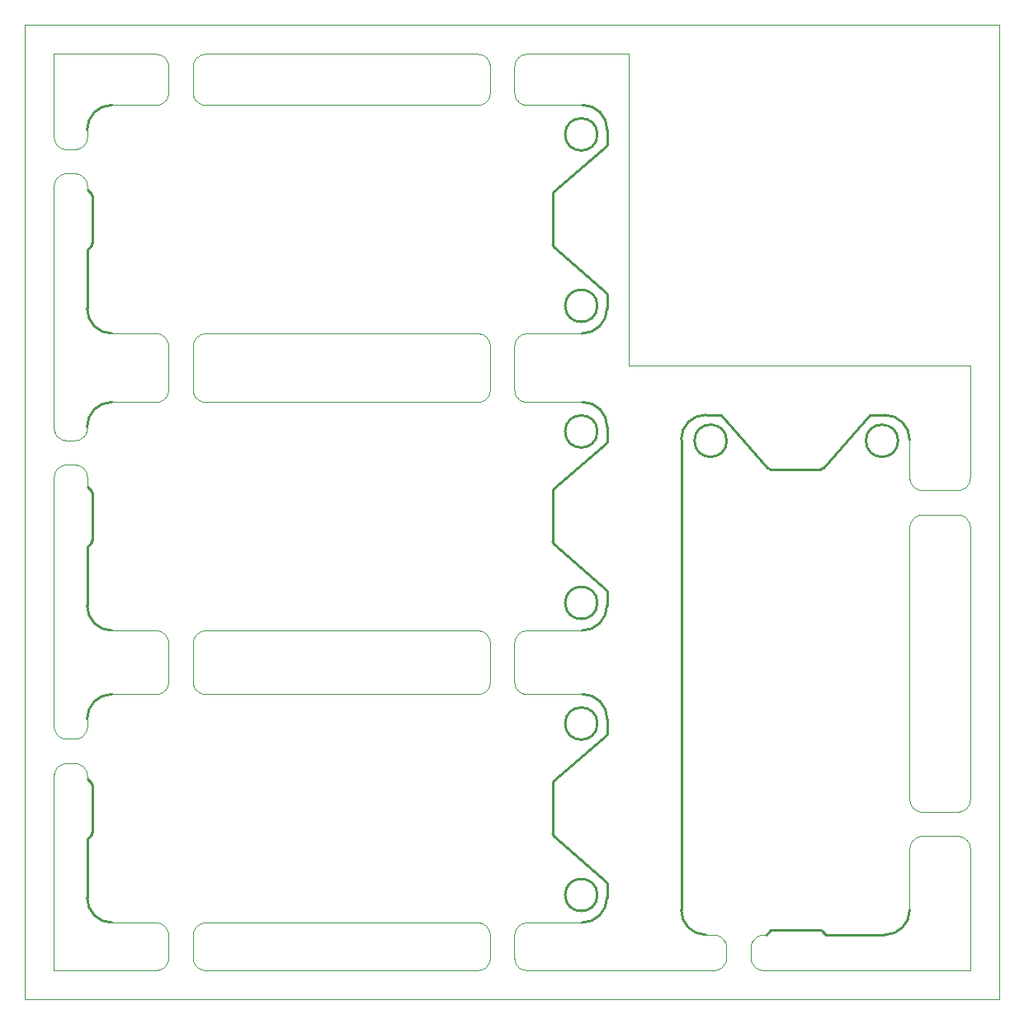
<source format=gbr>
%TF.GenerationSoftware,KiCad,Pcbnew,(5.1.4)-1*%
%TF.CreationDate,2019-10-11T08:55:03-07:00*%
%TF.ProjectId,output.v25Panel,6f757470-7574-42e7-9632-3550616e656c,rev?*%
%TF.SameCoordinates,Original*%
%TF.FileFunction,Profile,NP*%
%FSLAX46Y46*%
G04 Gerber Fmt 4.6, Leading zero omitted, Abs format (unit mm)*
G04 Created by KiCad (PCBNEW (5.1.4)-1) date 2019-10-11 08:55:03*
%MOMM*%
%LPD*%
G04 APERTURE LIST*
%ADD10C,0.050000*%
%ADD11C,0.250000*%
%ADD12C,0.100000*%
G04 APERTURE END LIST*
D10*
X182000000Y-75000000D02*
X147000000Y-75000000D01*
X147000000Y-75000000D02*
X147000000Y-43000000D01*
X85000000Y-140000000D02*
X85000000Y-40000000D01*
X185000000Y-140000000D02*
X85000000Y-140000000D01*
X185000000Y-40000000D02*
X185000000Y-140000000D01*
X85000000Y-40000000D02*
X185000000Y-40000000D01*
D11*
X144752060Y-67575080D02*
X144752060Y-69128640D01*
X142212060Y-71668640D02*
G75*
G03X144752060Y-69128640I0J2540000D01*
G01*
X139315076Y-62811768D02*
X144752060Y-67575080D01*
X91412060Y-56926067D02*
X91860000Y-57370000D01*
X139318052Y-57099398D02*
X144780013Y-52320000D01*
X139318039Y-57099407D02*
G75*
G03X139188512Y-57351166I160472J-241760D01*
G01*
X139315063Y-62811759D02*
G75*
G02X139185536Y-62560000I160472J241760D01*
G01*
X139185536Y-62560000D02*
X139188512Y-57351166D01*
X91412060Y-63068136D02*
X91860000Y-62624203D01*
X91860000Y-62624203D02*
G75*
G03X91921488Y-62435369I-228511J178835D01*
G01*
X91860000Y-57370000D02*
G75*
G02X91921488Y-57558834I-228511J-178835D01*
G01*
X143765221Y-51245720D02*
G75*
G03X143765221Y-51245720I-1652221J0D01*
G01*
X143765221Y-68835220D02*
G75*
G03X143765221Y-68835220I-1652221J0D01*
G01*
X144780013Y-50766440D02*
X144780013Y-52320000D01*
X142240013Y-48226440D02*
G75*
G02X144780013Y-50766440I0J-2540000D01*
G01*
X91412060Y-63068136D02*
X91412060Y-69128640D01*
X91412060Y-50766440D02*
G75*
G02X93952060Y-48226440I2540000J0D01*
G01*
X91921488Y-57558834D02*
X91921488Y-62435369D01*
X93952060Y-71668640D02*
G75*
G02X91412060Y-69128640I0J2540000D01*
G01*
X144752060Y-98055080D02*
X144752060Y-99608640D01*
X142212060Y-102148640D02*
G75*
G03X144752060Y-99608640I0J2540000D01*
G01*
X139315076Y-93291768D02*
X144752060Y-98055080D01*
X91412060Y-87406067D02*
X91860000Y-87850000D01*
X139318052Y-87579398D02*
X144780013Y-82800000D01*
X139318039Y-87579407D02*
G75*
G03X139188512Y-87831166I160472J-241760D01*
G01*
X139315063Y-93291759D02*
G75*
G02X139185536Y-93040000I160472J241760D01*
G01*
X139185536Y-93040000D02*
X139188512Y-87831166D01*
X91412060Y-93548136D02*
X91860000Y-93104203D01*
X91860000Y-93104203D02*
G75*
G03X91921488Y-92915369I-228511J178835D01*
G01*
X91860000Y-87850000D02*
G75*
G02X91921488Y-88038834I-228511J-178835D01*
G01*
X143765221Y-81725720D02*
G75*
G03X143765221Y-81725720I-1652221J0D01*
G01*
X143765221Y-99315220D02*
G75*
G03X143765221Y-99315220I-1652221J0D01*
G01*
X144780013Y-81246440D02*
X144780013Y-82800000D01*
X142240013Y-78706440D02*
G75*
G02X144780013Y-81246440I0J-2540000D01*
G01*
X91412060Y-93548136D02*
X91412060Y-99608640D01*
X91412060Y-81246440D02*
G75*
G02X93952060Y-78706440I2540000J0D01*
G01*
X91921488Y-88038834D02*
X91921488Y-92915369D01*
X93952060Y-102148640D02*
G75*
G02X91412060Y-99608640I0J2540000D01*
G01*
X144752060Y-128027080D02*
X144752060Y-129580640D01*
X142212060Y-132120640D02*
G75*
G03X144752060Y-129580640I0J2540000D01*
G01*
X139315076Y-123263768D02*
X144752060Y-128027080D01*
X91412060Y-117378067D02*
X91860000Y-117822000D01*
X139318052Y-117551398D02*
X144780013Y-112772000D01*
X139318039Y-117551407D02*
G75*
G03X139188512Y-117803166I160472J-241760D01*
G01*
X139315063Y-123263759D02*
G75*
G02X139185536Y-123012000I160472J241760D01*
G01*
X139185536Y-123012000D02*
X139188512Y-117803166D01*
X91412060Y-123520136D02*
X91860000Y-123076203D01*
X91860000Y-123076203D02*
G75*
G03X91921488Y-122887369I-228511J178835D01*
G01*
X91860000Y-117822000D02*
G75*
G02X91921488Y-118010834I-228511J-178835D01*
G01*
X143765221Y-111697720D02*
G75*
G03X143765221Y-111697720I-1652221J0D01*
G01*
X143765221Y-129287220D02*
G75*
G03X143765221Y-129287220I-1652221J0D01*
G01*
X144780013Y-111218440D02*
X144780013Y-112772000D01*
X142240013Y-108678440D02*
G75*
G02X144780013Y-111218440I0J-2540000D01*
G01*
X91412060Y-123520136D02*
X91412060Y-129580640D01*
X91412060Y-111218440D02*
G75*
G02X93952060Y-108678440I2540000J0D01*
G01*
X91921488Y-118010834D02*
X91921488Y-122887369D01*
X93952060Y-132120640D02*
G75*
G02X91412060Y-129580640I0J2540000D01*
G01*
X171715080Y-80037940D02*
X173268640Y-80037940D01*
X175808640Y-82577940D02*
G75*
G03X173268640Y-80037940I-2540000J0D01*
G01*
X166951768Y-85474924D02*
X171715080Y-80037940D01*
X161066067Y-133377940D02*
X161510000Y-132930000D01*
X161239398Y-85471948D02*
X156460000Y-80009987D01*
X161239407Y-85471961D02*
G75*
G03X161491166Y-85601488I241760J160472D01*
G01*
X166951759Y-85474937D02*
G75*
G02X166700000Y-85604464I-241760J160472D01*
G01*
X166700000Y-85604464D02*
X161491166Y-85601488D01*
X167208136Y-133377940D02*
X166764203Y-132930000D01*
X166764203Y-132930000D02*
G75*
G03X166575369Y-132868512I-178835J-228511D01*
G01*
X161510000Y-132930000D02*
G75*
G02X161698834Y-132868512I178835J-228511D01*
G01*
X157037941Y-82677000D02*
G75*
G03X157037941Y-82677000I-1652221J0D01*
G01*
X174627441Y-82677000D02*
G75*
G03X174627441Y-82677000I-1652221J0D01*
G01*
X154906440Y-80009987D02*
X156460000Y-80009987D01*
X152366440Y-82549987D02*
G75*
G02X154906440Y-80009987I2540000J0D01*
G01*
X167208136Y-133377940D02*
X173268640Y-133377940D01*
X152366440Y-82549987D02*
X152366440Y-130837940D01*
X154906440Y-133377940D02*
G75*
G02X152366440Y-130837940I0J2540000D01*
G01*
X161698834Y-132868512D02*
X166575369Y-132868512D01*
X175808640Y-130837940D02*
G75*
G02X173268640Y-133377940I-2540000J0D01*
G01*
D12*
X175808640Y-86500005D02*
X175808640Y-82577940D01*
X182000000Y-86499985D02*
X182000000Y-75000000D01*
X182000000Y-91499960D02*
X181992313Y-91400256D01*
X175808640Y-91500025D02*
X175816327Y-91400321D01*
X181992313Y-91400256D02*
X181976985Y-91301438D01*
X175816327Y-91400321D02*
X175831655Y-91301503D01*
X181976985Y-91301438D02*
X181954107Y-91204091D01*
X175831655Y-91301503D02*
X175854533Y-91204156D01*
X181954107Y-91204091D02*
X181923814Y-91108791D01*
X175854533Y-91204156D02*
X175884826Y-91108856D01*
X181923814Y-91108791D02*
X181886285Y-91016101D01*
X175884826Y-91108856D02*
X175922355Y-91016166D01*
X181886285Y-91016101D02*
X181841742Y-90926570D01*
X175922355Y-91016166D02*
X175966898Y-90926635D01*
X181841742Y-90926570D02*
X181790449Y-90840728D01*
X175966898Y-90926635D02*
X176018191Y-90840793D01*
X181790449Y-90840728D02*
X181732709Y-90759083D01*
X176018191Y-90840793D02*
X176075931Y-90759148D01*
X181732709Y-90759083D02*
X181668864Y-90682118D01*
X176075931Y-90759148D02*
X176139776Y-90682183D01*
X181668864Y-90682118D02*
X181599292Y-90610288D01*
X176139776Y-90682183D02*
X176209348Y-90610353D01*
X181599292Y-90610288D02*
X181524405Y-90544018D01*
X176209348Y-90610353D02*
X176284235Y-90544083D01*
X181524405Y-90544018D02*
X181444646Y-90483700D01*
X176284235Y-90544083D02*
X176363994Y-90483765D01*
X181444646Y-90483700D02*
X181360487Y-90429691D01*
X176363994Y-90483765D02*
X176448153Y-90429756D01*
X181360487Y-90429691D02*
X181272426Y-90382311D01*
X176448153Y-90429756D02*
X176536214Y-90382376D01*
X181272426Y-90382311D02*
X181180984Y-90341840D01*
X176536214Y-90382376D02*
X176627656Y-90341905D01*
X181180984Y-90341840D02*
X181086702Y-90308518D01*
X176627656Y-90341905D02*
X176721938Y-90308583D01*
X181086702Y-90308518D02*
X180990138Y-90282542D01*
X176721938Y-90308583D02*
X176818502Y-90282607D01*
X180990138Y-90282542D02*
X180891863Y-90264065D01*
X176818502Y-90282607D02*
X176916777Y-90264130D01*
X180891863Y-90264065D02*
X180792458Y-90253197D01*
X176916777Y-90264130D02*
X177016182Y-90253262D01*
X180792458Y-90253197D02*
X180692512Y-90250002D01*
X177016182Y-90253262D02*
X177116128Y-90250067D01*
X177116128Y-90250067D02*
X180692512Y-90250002D01*
X175808640Y-86500005D02*
X175816327Y-86599709D01*
X182000000Y-86499985D02*
X181992313Y-86599689D01*
X175816327Y-86599709D02*
X175831655Y-86698527D01*
X181992313Y-86599689D02*
X181976985Y-86698507D01*
X175831655Y-86698527D02*
X175854533Y-86795874D01*
X181976985Y-86698507D02*
X181954107Y-86795854D01*
X175854533Y-86795874D02*
X175884826Y-86891174D01*
X181954107Y-86795854D02*
X181923814Y-86891154D01*
X175884826Y-86891174D02*
X175922355Y-86983864D01*
X181923814Y-86891154D02*
X181886285Y-86983844D01*
X175922355Y-86983864D02*
X175966898Y-87073395D01*
X181886285Y-86983844D02*
X181841742Y-87073375D01*
X175966898Y-87073395D02*
X176018191Y-87159237D01*
X181841742Y-87073375D02*
X181790449Y-87159217D01*
X176018191Y-87159237D02*
X176075931Y-87240882D01*
X181790449Y-87159217D02*
X181732709Y-87240862D01*
X176075931Y-87240882D02*
X176139776Y-87317847D01*
X181732709Y-87240862D02*
X181668864Y-87317827D01*
X176139776Y-87317847D02*
X176209348Y-87389677D01*
X181668864Y-87317827D02*
X181599292Y-87389657D01*
X176209348Y-87389677D02*
X176284235Y-87455947D01*
X181599292Y-87389657D02*
X181524405Y-87455927D01*
X176284235Y-87455947D02*
X176363994Y-87516265D01*
X181524405Y-87455927D02*
X181444646Y-87516245D01*
X176363994Y-87516265D02*
X176448153Y-87570274D01*
X181444646Y-87516245D02*
X181360487Y-87570254D01*
X176448153Y-87570274D02*
X176536214Y-87617654D01*
X181360487Y-87570254D02*
X181272426Y-87617634D01*
X176536214Y-87617654D02*
X176627656Y-87658125D01*
X181272426Y-87617634D02*
X181180984Y-87658105D01*
X176627656Y-87658125D02*
X176721938Y-87691447D01*
X181180984Y-87658105D02*
X181086702Y-87691427D01*
X176721938Y-87691447D02*
X176818502Y-87717423D01*
X181086702Y-87691427D02*
X180990138Y-87717403D01*
X176818502Y-87717423D02*
X176916777Y-87735900D01*
X180990138Y-87717403D02*
X180891863Y-87735880D01*
X176916777Y-87735900D02*
X177016182Y-87746768D01*
X180891863Y-87735880D02*
X180792458Y-87746748D01*
X177016182Y-87746768D02*
X177116128Y-87749963D01*
X180792458Y-87746748D02*
X180692512Y-87749943D01*
X177116128Y-87749963D02*
X180692512Y-87749943D01*
X175808640Y-119499992D02*
X175808640Y-91500025D01*
X175808640Y-124500010D02*
X175808640Y-130837940D01*
X182000000Y-119499987D02*
X182000000Y-91499960D01*
X182000000Y-124500013D02*
X182000000Y-137000000D01*
X182000000Y-124500013D02*
X181992313Y-124400309D01*
X175808640Y-124500010D02*
X175816327Y-124400306D01*
X181992313Y-124400309D02*
X181976985Y-124301491D01*
X175816327Y-124400306D02*
X175831655Y-124301488D01*
X181976985Y-124301491D02*
X181954107Y-124204144D01*
X175831655Y-124301488D02*
X175854533Y-124204141D01*
X181954107Y-124204144D02*
X181923814Y-124108844D01*
X175854533Y-124204141D02*
X175884826Y-124108841D01*
X181923814Y-124108844D02*
X181886285Y-124016154D01*
X175884826Y-124108841D02*
X175922355Y-124016151D01*
X175922355Y-124016151D02*
X175966898Y-123926620D01*
X181886285Y-124016154D02*
X181841742Y-123926623D01*
X175966898Y-123926620D02*
X176018191Y-123840778D01*
X181841742Y-123926623D02*
X181790449Y-123840781D01*
X176018191Y-123840778D02*
X176075931Y-123759133D01*
X181790449Y-123840781D02*
X181732709Y-123759136D01*
X176075931Y-123759133D02*
X176139776Y-123682168D01*
X181732709Y-123759136D02*
X181668864Y-123682171D01*
X176139776Y-123682168D02*
X176209348Y-123610338D01*
X181668864Y-123682171D02*
X181599292Y-123610341D01*
X176209348Y-123610338D02*
X176284235Y-123544068D01*
X181599292Y-123610341D02*
X181524405Y-123544071D01*
X176284235Y-123544068D02*
X176363994Y-123483750D01*
X181524405Y-123544071D02*
X181444646Y-123483753D01*
X176363994Y-123483750D02*
X176448153Y-123429741D01*
X181444646Y-123483753D02*
X181360487Y-123429744D01*
X176448153Y-123429741D02*
X176536214Y-123382361D01*
X181360487Y-123429744D02*
X181272426Y-123382364D01*
X176536214Y-123382361D02*
X176627656Y-123341890D01*
X181272426Y-123382364D02*
X181180984Y-123341893D01*
X176627656Y-123341890D02*
X176721938Y-123308568D01*
X181180984Y-123341893D02*
X181086702Y-123308571D01*
X176721938Y-123308568D02*
X176818502Y-123282592D01*
X181086702Y-123308571D02*
X180990138Y-123282595D01*
X176818502Y-123282592D02*
X176916777Y-123264115D01*
X180990138Y-123282595D02*
X180891863Y-123264118D01*
X176916777Y-123264115D02*
X177016182Y-123253247D01*
X180891863Y-123264118D02*
X180792458Y-123253250D01*
X177016182Y-123253247D02*
X177116128Y-123250052D01*
X180792458Y-123253250D02*
X180692512Y-123250055D01*
X177116128Y-123250052D02*
X180692512Y-123250055D01*
X175808640Y-119499992D02*
X175816327Y-119599696D01*
X182000000Y-119499987D02*
X181992313Y-119599691D01*
X175816327Y-119599696D02*
X175831655Y-119698514D01*
X181992313Y-119599691D02*
X181976985Y-119698509D01*
X175831655Y-119698514D02*
X175854533Y-119795861D01*
X181976985Y-119698509D02*
X181954107Y-119795856D01*
X175854533Y-119795861D02*
X175884826Y-119891161D01*
X181954107Y-119795856D02*
X181923814Y-119891156D01*
X175884826Y-119891161D02*
X175922355Y-119983851D01*
X181923814Y-119891156D02*
X181886285Y-119983846D01*
X175922355Y-119983851D02*
X175966898Y-120073382D01*
X181886285Y-119983846D02*
X181841742Y-120073377D01*
X175966898Y-120073382D02*
X176018191Y-120159224D01*
X181841742Y-120073377D02*
X181790449Y-120159219D01*
X176018191Y-120159224D02*
X176075931Y-120240869D01*
X181790449Y-120159219D02*
X181732709Y-120240864D01*
X176075931Y-120240869D02*
X176139776Y-120317834D01*
X181732709Y-120240864D02*
X181668864Y-120317829D01*
X176139776Y-120317834D02*
X176209348Y-120389664D01*
X181668864Y-120317829D02*
X181599292Y-120389659D01*
X176209348Y-120389664D02*
X176284235Y-120455934D01*
X181599292Y-120389659D02*
X181524405Y-120455929D01*
X176284235Y-120455934D02*
X176363994Y-120516252D01*
X181524405Y-120455929D02*
X181444646Y-120516247D01*
X176363994Y-120516252D02*
X176448153Y-120570261D01*
X181444646Y-120516247D02*
X181360487Y-120570256D01*
X176448153Y-120570261D02*
X176536214Y-120617641D01*
X181360487Y-120570256D02*
X181272426Y-120617636D01*
X176536214Y-120617641D02*
X176627656Y-120658112D01*
X181272426Y-120617636D02*
X181180984Y-120658107D01*
X176627656Y-120658112D02*
X176721938Y-120691434D01*
X181180984Y-120658107D02*
X181086702Y-120691429D01*
X176721938Y-120691434D02*
X176818502Y-120717410D01*
X181086702Y-120691429D02*
X180990138Y-120717405D01*
X176818502Y-120717410D02*
X176916777Y-120735887D01*
X180990138Y-120717405D02*
X180891863Y-120735882D01*
X176916777Y-120735887D02*
X177016182Y-120746755D01*
X180891863Y-120735882D02*
X180792458Y-120746750D01*
X177016182Y-120746755D02*
X177116128Y-120749950D01*
X180792458Y-120746750D02*
X180692512Y-120749945D01*
X177116128Y-120749950D02*
X180692512Y-120749945D01*
X155750002Y-133377940D02*
X154906440Y-133377940D01*
X160749998Y-133377940D02*
X161066067Y-133377940D01*
X160749985Y-137000000D02*
X182000000Y-137000000D01*
X155750002Y-133377940D02*
X155849706Y-133385627D01*
X155749977Y-137000000D02*
X155849681Y-136992313D01*
X155849706Y-133385627D02*
X155948524Y-133400955D01*
X155849681Y-136992313D02*
X155948499Y-136976985D01*
X155948524Y-133400955D02*
X156045871Y-133423833D01*
X155948499Y-136976985D02*
X156045846Y-136954107D01*
X156045871Y-133423833D02*
X156141171Y-133454126D01*
X156045846Y-136954107D02*
X156141146Y-136923814D01*
X156141171Y-133454126D02*
X156233861Y-133491655D01*
X156141146Y-136923814D02*
X156233836Y-136886285D01*
X156233861Y-133491655D02*
X156323392Y-133536198D01*
X156233836Y-136886285D02*
X156323367Y-136841742D01*
X156323392Y-133536198D02*
X156409234Y-133587491D01*
X156323367Y-136841742D02*
X156409209Y-136790449D01*
X156409234Y-133587491D02*
X156490879Y-133645231D01*
X156409209Y-136790449D02*
X156490854Y-136732709D01*
X156490879Y-133645231D02*
X156567844Y-133709076D01*
X156490854Y-136732709D02*
X156567819Y-136668864D01*
X156567844Y-133709076D02*
X156639674Y-133778648D01*
X156567819Y-136668864D02*
X156639649Y-136599292D01*
X156639674Y-133778648D02*
X156705944Y-133853535D01*
X156639649Y-136599292D02*
X156705919Y-136524405D01*
X156705944Y-133853535D02*
X156766262Y-133933294D01*
X156705919Y-136524405D02*
X156766237Y-136444646D01*
X156766262Y-133933294D02*
X156820271Y-134017453D01*
X156766237Y-136444646D02*
X156820246Y-136360487D01*
X156820271Y-134017453D02*
X156867651Y-134105514D01*
X156820246Y-136360487D02*
X156867626Y-136272426D01*
X156867651Y-134105514D02*
X156908122Y-134196956D01*
X156867626Y-136272426D02*
X156908097Y-136180984D01*
X156908122Y-134196956D02*
X156941444Y-134291238D01*
X156908097Y-136180984D02*
X156941419Y-136086702D01*
X156941444Y-134291238D02*
X156967420Y-134387802D01*
X156941419Y-136086702D02*
X156967395Y-135990138D01*
X156967420Y-134387802D02*
X156985897Y-134486077D01*
X156967395Y-135990138D02*
X156985872Y-135891863D01*
X156985897Y-134486077D02*
X156996765Y-134585482D01*
X156985872Y-135891863D02*
X156996740Y-135792458D01*
X156996765Y-134585482D02*
X156999960Y-134685428D01*
X156996740Y-135792458D02*
X156999935Y-135692512D01*
X156999960Y-134685428D02*
X156999935Y-135692512D01*
X160749985Y-137000000D02*
X160650281Y-136992313D01*
X160749998Y-133377940D02*
X160650294Y-133385627D01*
X160650281Y-136992313D02*
X160551463Y-136976985D01*
X160650294Y-133385627D02*
X160551476Y-133400955D01*
X160551463Y-136976985D02*
X160454116Y-136954107D01*
X160551476Y-133400955D02*
X160454129Y-133423833D01*
X160454116Y-136954107D02*
X160358816Y-136923814D01*
X160454129Y-133423833D02*
X160358829Y-133454126D01*
X160358816Y-136923814D02*
X160266126Y-136886285D01*
X160358829Y-133454126D02*
X160266139Y-133491655D01*
X160266126Y-136886285D02*
X160176595Y-136841742D01*
X160266139Y-133491655D02*
X160176608Y-133536198D01*
X160176595Y-136841742D02*
X160090753Y-136790449D01*
X160176608Y-133536198D02*
X160090766Y-133587491D01*
X160090753Y-136790449D02*
X160009108Y-136732709D01*
X160090766Y-133587491D02*
X160009121Y-133645231D01*
X160009108Y-136732709D02*
X159932143Y-136668864D01*
X160009121Y-133645231D02*
X159932156Y-133709076D01*
X159932143Y-136668864D02*
X159860313Y-136599292D01*
X159932156Y-133709076D02*
X159860326Y-133778648D01*
X159860313Y-136599292D02*
X159794043Y-136524405D01*
X159860326Y-133778648D02*
X159794056Y-133853535D01*
X159794043Y-136524405D02*
X159733725Y-136444646D01*
X159794056Y-133853535D02*
X159733738Y-133933294D01*
X159733725Y-136444646D02*
X159679716Y-136360487D01*
X159733738Y-133933294D02*
X159679729Y-134017453D01*
X159679716Y-136360487D02*
X159632336Y-136272426D01*
X159679729Y-134017453D02*
X159632349Y-134105514D01*
X159632336Y-136272426D02*
X159591865Y-136180984D01*
X159632349Y-134105514D02*
X159591878Y-134196956D01*
X159591865Y-136180984D02*
X159558543Y-136086702D01*
X159591878Y-134196956D02*
X159558556Y-134291238D01*
X159558543Y-136086702D02*
X159532567Y-135990138D01*
X159558556Y-134291238D02*
X159532580Y-134387802D01*
X159532567Y-135990138D02*
X159514090Y-135891863D01*
X159532580Y-134387802D02*
X159514103Y-134486077D01*
X159514090Y-135891863D02*
X159503222Y-135792458D01*
X159514103Y-134486077D02*
X159503235Y-134585482D01*
X159503222Y-135792458D02*
X159500027Y-135692512D01*
X159503235Y-134585482D02*
X159500040Y-134685428D01*
X159500040Y-134685428D02*
X159500027Y-135692512D01*
X136499998Y-132120640D02*
X142212060Y-132120640D01*
X136499998Y-137000000D02*
X155749977Y-137000000D01*
X131500015Y-137000000D02*
X131599719Y-136992313D01*
X131500007Y-132120640D02*
X131599711Y-132128327D01*
X131599719Y-136992313D02*
X131698537Y-136976985D01*
X131599711Y-132128327D02*
X131698529Y-132143655D01*
X131698537Y-136976985D02*
X131795884Y-136954107D01*
X131698529Y-132143655D02*
X131795876Y-132166533D01*
X131795884Y-136954107D02*
X131891184Y-136923814D01*
X131795876Y-132166533D02*
X131891176Y-132196826D01*
X131891184Y-136923814D02*
X131983874Y-136886285D01*
X131891176Y-132196826D02*
X131983866Y-132234355D01*
X131983874Y-136886285D02*
X132073405Y-136841742D01*
X131983866Y-132234355D02*
X132073397Y-132278898D01*
X132073405Y-136841742D02*
X132159247Y-136790449D01*
X132073397Y-132278898D02*
X132159239Y-132330191D01*
X132159247Y-136790449D02*
X132240892Y-136732709D01*
X132159239Y-132330191D02*
X132240884Y-132387931D01*
X132240892Y-136732709D02*
X132317857Y-136668864D01*
X132240884Y-132387931D02*
X132317849Y-132451776D01*
X132317857Y-136668864D02*
X132389687Y-136599292D01*
X132317849Y-132451776D02*
X132389679Y-132521348D01*
X132389687Y-136599292D02*
X132455957Y-136524405D01*
X132389679Y-132521348D02*
X132455949Y-132596235D01*
X132455957Y-136524405D02*
X132516275Y-136444646D01*
X132455949Y-132596235D02*
X132516267Y-132675994D01*
X132516275Y-136444646D02*
X132570284Y-136360487D01*
X132516267Y-132675994D02*
X132570276Y-132760153D01*
X132570284Y-136360487D02*
X132617664Y-136272426D01*
X132570276Y-132760153D02*
X132617656Y-132848214D01*
X132617664Y-136272426D02*
X132658135Y-136180984D01*
X132617656Y-132848214D02*
X132658127Y-132939656D01*
X132658135Y-136180984D02*
X132691457Y-136086702D01*
X132658127Y-132939656D02*
X132691449Y-133033938D01*
X132691457Y-136086702D02*
X132717433Y-135990138D01*
X132691449Y-133033938D02*
X132717425Y-133130502D01*
X132717433Y-135990138D02*
X132735910Y-135891863D01*
X132717425Y-133130502D02*
X132735902Y-133228777D01*
X132735910Y-135891863D02*
X132746778Y-135792458D01*
X132735902Y-133228777D02*
X132746770Y-133328182D01*
X132746778Y-135792458D02*
X132749973Y-135692512D01*
X132746770Y-133328182D02*
X132749965Y-133428128D01*
X132749965Y-133428128D02*
X132749973Y-135692512D01*
X136499998Y-137000000D02*
X136400294Y-136992313D01*
X136499998Y-132120640D02*
X136400294Y-132128327D01*
X136400294Y-136992313D02*
X136301476Y-136976985D01*
X136400294Y-132128327D02*
X136301476Y-132143655D01*
X136301476Y-136976985D02*
X136204129Y-136954107D01*
X136301476Y-132143655D02*
X136204129Y-132166533D01*
X136204129Y-136954107D02*
X136108829Y-136923814D01*
X136204129Y-132166533D02*
X136108829Y-132196826D01*
X136108829Y-136923814D02*
X136016139Y-136886285D01*
X136108829Y-132196826D02*
X136016139Y-132234355D01*
X136016139Y-136886285D02*
X135926608Y-136841742D01*
X136016139Y-132234355D02*
X135926608Y-132278898D01*
X135926608Y-136841742D02*
X135840766Y-136790449D01*
X135926608Y-132278898D02*
X135840766Y-132330191D01*
X135840766Y-136790449D02*
X135759121Y-136732709D01*
X135840766Y-132330191D02*
X135759121Y-132387931D01*
X135759121Y-136732709D02*
X135682156Y-136668864D01*
X135759121Y-132387931D02*
X135682156Y-132451776D01*
X135682156Y-136668864D02*
X135610326Y-136599292D01*
X135682156Y-132451776D02*
X135610326Y-132521348D01*
X135610326Y-136599292D02*
X135544056Y-136524405D01*
X135610326Y-132521348D02*
X135544056Y-132596235D01*
X135544056Y-136524405D02*
X135483738Y-136444646D01*
X135544056Y-132596235D02*
X135483738Y-132675994D01*
X135483738Y-136444646D02*
X135429729Y-136360487D01*
X135483738Y-132675994D02*
X135429729Y-132760153D01*
X135429729Y-136360487D02*
X135382349Y-136272426D01*
X135429729Y-132760153D02*
X135382349Y-132848214D01*
X135382349Y-136272426D02*
X135341878Y-136180984D01*
X135382349Y-132848214D02*
X135341878Y-132939656D01*
X135341878Y-136180984D02*
X135308556Y-136086702D01*
X135341878Y-132939656D02*
X135308556Y-133033938D01*
X135308556Y-136086702D02*
X135282580Y-135990138D01*
X135308556Y-133033938D02*
X135282580Y-133130502D01*
X135282580Y-135990138D02*
X135264103Y-135891863D01*
X135282580Y-133130502D02*
X135264103Y-133228777D01*
X135264103Y-135891863D02*
X135253235Y-135792458D01*
X135264103Y-133228777D02*
X135253235Y-133328182D01*
X135253235Y-135792458D02*
X135250040Y-135692512D01*
X135253235Y-133328182D02*
X135250040Y-133428128D01*
X135250040Y-133428128D02*
X135250040Y-135692512D01*
X103500010Y-132120640D02*
X131500007Y-132120640D01*
X98500007Y-132120640D02*
X93952060Y-132120640D01*
X103500010Y-137000000D02*
X131500015Y-137000000D01*
X98500002Y-137000000D02*
X88000000Y-137000000D01*
X98500007Y-132120640D02*
X98599711Y-132128327D01*
X98500002Y-137000000D02*
X98599706Y-136992313D01*
X98599711Y-132128327D02*
X98698529Y-132143655D01*
X98599706Y-136992313D02*
X98698524Y-136976985D01*
X98698529Y-132143655D02*
X98795876Y-132166533D01*
X98698524Y-136976985D02*
X98795871Y-136954107D01*
X98795876Y-132166533D02*
X98891176Y-132196826D01*
X98795871Y-136954107D02*
X98891171Y-136923814D01*
X98891176Y-132196826D02*
X98983866Y-132234355D01*
X98891171Y-136923814D02*
X98983861Y-136886285D01*
X98983866Y-132234355D02*
X99073397Y-132278898D01*
X98983861Y-136886285D02*
X99073392Y-136841742D01*
X99073397Y-132278898D02*
X99159239Y-132330191D01*
X99073392Y-136841742D02*
X99159234Y-136790449D01*
X99159239Y-132330191D02*
X99240884Y-132387931D01*
X99159234Y-136790449D02*
X99240879Y-136732709D01*
X99240884Y-132387931D02*
X99317849Y-132451776D01*
X99240879Y-136732709D02*
X99317844Y-136668864D01*
X99317849Y-132451776D02*
X99389679Y-132521348D01*
X99317844Y-136668864D02*
X99389674Y-136599292D01*
X99389679Y-132521348D02*
X99455949Y-132596235D01*
X99389674Y-136599292D02*
X99455944Y-136524405D01*
X99455949Y-132596235D02*
X99516267Y-132675994D01*
X99455944Y-136524405D02*
X99516262Y-136444646D01*
X99516267Y-132675994D02*
X99570276Y-132760153D01*
X99516262Y-136444646D02*
X99570271Y-136360487D01*
X99570276Y-132760153D02*
X99617656Y-132848214D01*
X99570271Y-136360487D02*
X99617651Y-136272426D01*
X99617656Y-132848214D02*
X99658127Y-132939656D01*
X99617651Y-136272426D02*
X99658122Y-136180984D01*
X99658127Y-132939656D02*
X99691449Y-133033938D01*
X99658122Y-136180984D02*
X99691444Y-136086702D01*
X99691449Y-133033938D02*
X99717425Y-133130502D01*
X99691444Y-136086702D02*
X99717420Y-135990138D01*
X99717425Y-133130502D02*
X99735902Y-133228777D01*
X99717420Y-135990138D02*
X99735897Y-135891863D01*
X99735902Y-133228777D02*
X99746770Y-133328182D01*
X99735897Y-135891863D02*
X99746765Y-135792458D01*
X99746770Y-133328182D02*
X99749965Y-133428128D01*
X99746765Y-135792458D02*
X99749960Y-135692512D01*
X99749965Y-133428128D02*
X99749960Y-135692512D01*
X103500010Y-137000000D02*
X103400306Y-136992313D01*
X103500010Y-132120640D02*
X103400306Y-132128327D01*
X103400306Y-136992313D02*
X103301488Y-136976985D01*
X103400306Y-132128327D02*
X103301488Y-132143655D01*
X103301488Y-136976985D02*
X103204141Y-136954107D01*
X103301488Y-132143655D02*
X103204141Y-132166533D01*
X103204141Y-136954107D02*
X103108841Y-136923814D01*
X103204141Y-132166533D02*
X103108841Y-132196826D01*
X103108841Y-136923814D02*
X103016151Y-136886285D01*
X103108841Y-132196826D02*
X103016151Y-132234355D01*
X103016151Y-136886285D02*
X102926620Y-136841742D01*
X103016151Y-132234355D02*
X102926620Y-132278898D01*
X102926620Y-136841742D02*
X102840778Y-136790449D01*
X102926620Y-132278898D02*
X102840778Y-132330191D01*
X102840778Y-136790449D02*
X102759133Y-136732709D01*
X102840778Y-132330191D02*
X102759133Y-132387931D01*
X102759133Y-136732709D02*
X102682168Y-136668864D01*
X102759133Y-132387931D02*
X102682168Y-132451776D01*
X102682168Y-136668864D02*
X102610338Y-136599292D01*
X102682168Y-132451776D02*
X102610338Y-132521348D01*
X102610338Y-136599292D02*
X102544068Y-136524405D01*
X102610338Y-132521348D02*
X102544068Y-132596235D01*
X102544068Y-136524405D02*
X102483750Y-136444646D01*
X102544068Y-132596235D02*
X102483750Y-132675994D01*
X102483750Y-136444646D02*
X102429741Y-136360487D01*
X102483750Y-132675994D02*
X102429741Y-132760153D01*
X102429741Y-136360487D02*
X102382361Y-136272426D01*
X102429741Y-132760153D02*
X102382361Y-132848214D01*
X102382361Y-136272426D02*
X102341890Y-136180984D01*
X102382361Y-132848214D02*
X102341890Y-132939656D01*
X102341890Y-136180984D02*
X102308568Y-136086702D01*
X102341890Y-132939656D02*
X102308568Y-133033938D01*
X102308568Y-136086702D02*
X102282592Y-135990138D01*
X102308568Y-133033938D02*
X102282592Y-133130502D01*
X102282592Y-135990138D02*
X102264115Y-135891863D01*
X102282592Y-133130502D02*
X102264115Y-133228777D01*
X102264115Y-135891863D02*
X102253247Y-135792458D01*
X102264115Y-133228777D02*
X102253247Y-133328182D01*
X102253247Y-135792458D02*
X102250052Y-135692512D01*
X102253247Y-133328182D02*
X102250052Y-133428128D01*
X102250052Y-133428128D02*
X102250052Y-135692512D01*
X88000000Y-117020000D02*
X88000000Y-137000000D01*
X91412060Y-112020000D02*
X91412060Y-111218440D01*
X91412060Y-117020000D02*
X91412060Y-117378067D01*
X91412060Y-117020000D02*
X91404373Y-116920296D01*
X88000000Y-117020000D02*
X88007687Y-116920296D01*
X91404373Y-116920296D02*
X91389045Y-116821478D01*
X88007687Y-116920296D02*
X88023015Y-116821478D01*
X91389045Y-116821478D02*
X91366167Y-116724131D01*
X88023015Y-116821478D02*
X88045893Y-116724131D01*
X91366167Y-116724131D02*
X91335874Y-116628831D01*
X88045893Y-116724131D02*
X88076186Y-116628831D01*
X91335874Y-116628831D02*
X91298345Y-116536141D01*
X88076186Y-116628831D02*
X88113715Y-116536141D01*
X91298345Y-116536141D02*
X91253802Y-116446610D01*
X88113715Y-116536141D02*
X88158258Y-116446610D01*
X91253802Y-116446610D02*
X91202509Y-116360768D01*
X88158258Y-116446610D02*
X88209551Y-116360768D01*
X91202509Y-116360768D02*
X91144769Y-116279123D01*
X88209551Y-116360768D02*
X88267291Y-116279123D01*
X91144769Y-116279123D02*
X91080924Y-116202158D01*
X88267291Y-116279123D02*
X88331136Y-116202158D01*
X91080924Y-116202158D02*
X91011352Y-116130328D01*
X88331136Y-116202158D02*
X88400708Y-116130328D01*
X91011352Y-116130328D02*
X90936465Y-116064058D01*
X88400708Y-116130328D02*
X88475595Y-116064058D01*
X90936465Y-116064058D02*
X90856706Y-116003740D01*
X88475595Y-116064058D02*
X88555354Y-116003740D01*
X90856706Y-116003740D02*
X90772547Y-115949731D01*
X88555354Y-116003740D02*
X88639513Y-115949731D01*
X90772547Y-115949731D02*
X90684486Y-115902351D01*
X88639513Y-115949731D02*
X88727574Y-115902351D01*
X90684486Y-115902351D02*
X90593044Y-115861880D01*
X88727574Y-115902351D02*
X88819016Y-115861880D01*
X90593044Y-115861880D02*
X90498762Y-115828558D01*
X88819016Y-115861880D02*
X88913298Y-115828558D01*
X90498762Y-115828558D02*
X90402198Y-115802582D01*
X88913298Y-115828558D02*
X89009862Y-115802582D01*
X90402198Y-115802582D02*
X90303923Y-115784105D01*
X89009862Y-115802582D02*
X89108137Y-115784105D01*
X90303923Y-115784105D02*
X90204518Y-115773237D01*
X89108137Y-115784105D02*
X89207542Y-115773237D01*
X90204518Y-115773237D02*
X90104572Y-115770042D01*
X89207542Y-115773237D02*
X89307488Y-115770042D01*
X89307488Y-115770042D02*
X90104572Y-115770042D01*
X88000000Y-112020017D02*
X88007687Y-112119721D01*
X91412060Y-112020000D02*
X91404373Y-112119704D01*
X88007687Y-112119721D02*
X88023015Y-112218539D01*
X91404373Y-112119704D02*
X91389045Y-112218522D01*
X88023015Y-112218539D02*
X88045893Y-112315886D01*
X91389045Y-112218522D02*
X91366167Y-112315869D01*
X88045893Y-112315886D02*
X88076186Y-112411186D01*
X91366167Y-112315869D02*
X91335874Y-112411169D01*
X88076186Y-112411186D02*
X88113715Y-112503876D01*
X91335874Y-112411169D02*
X91298345Y-112503859D01*
X88113715Y-112503876D02*
X88158258Y-112593407D01*
X91298345Y-112503859D02*
X91253802Y-112593390D01*
X88158258Y-112593407D02*
X88209551Y-112679249D01*
X91253802Y-112593390D02*
X91202509Y-112679232D01*
X88209551Y-112679249D02*
X88267291Y-112760894D01*
X91202509Y-112679232D02*
X91144769Y-112760877D01*
X88267291Y-112760894D02*
X88331136Y-112837859D01*
X91144769Y-112760877D02*
X91080924Y-112837842D01*
X88331136Y-112837859D02*
X88400708Y-112909689D01*
X91080924Y-112837842D02*
X91011352Y-112909672D01*
X88400708Y-112909689D02*
X88475595Y-112975959D01*
X91011352Y-112909672D02*
X90936465Y-112975942D01*
X88475595Y-112975959D02*
X88555354Y-113036277D01*
X90936465Y-112975942D02*
X90856706Y-113036260D01*
X88555354Y-113036277D02*
X88639513Y-113090286D01*
X90856706Y-113036260D02*
X90772547Y-113090269D01*
X88639513Y-113090286D02*
X88727574Y-113137666D01*
X90772547Y-113090269D02*
X90684486Y-113137649D01*
X88727574Y-113137666D02*
X88819016Y-113178137D01*
X90684486Y-113137649D02*
X90593044Y-113178120D01*
X88819016Y-113178137D02*
X88913298Y-113211459D01*
X90593044Y-113178120D02*
X90498762Y-113211442D01*
X88913298Y-113211459D02*
X89009862Y-113237435D01*
X90498762Y-113211442D02*
X90402198Y-113237418D01*
X89009862Y-113237435D02*
X89108137Y-113255912D01*
X90402198Y-113237418D02*
X90303923Y-113255895D01*
X89108137Y-113255912D02*
X89207542Y-113266780D01*
X90303923Y-113255895D02*
X90204518Y-113266763D01*
X89207542Y-113266780D02*
X89307488Y-113269975D01*
X90204518Y-113266763D02*
X90104572Y-113269958D01*
X89307488Y-113269975D02*
X90104572Y-113269958D01*
X88000000Y-86385008D02*
X88000000Y-112020017D01*
X91412060Y-81384997D02*
X91412060Y-81246440D01*
X91412060Y-86385003D02*
X91412060Y-87406067D01*
X91412060Y-86385003D02*
X91404373Y-86285299D01*
X88000000Y-86385008D02*
X88007687Y-86285304D01*
X91404373Y-86285299D02*
X91389045Y-86186481D01*
X88007687Y-86285304D02*
X88023015Y-86186486D01*
X91389045Y-86186481D02*
X91366167Y-86089134D01*
X88023015Y-86186486D02*
X88045893Y-86089139D01*
X91366167Y-86089134D02*
X91335874Y-85993834D01*
X88045893Y-86089139D02*
X88076186Y-85993839D01*
X91335874Y-85993834D02*
X91298345Y-85901144D01*
X88076186Y-85993839D02*
X88113715Y-85901149D01*
X91298345Y-85901144D02*
X91253802Y-85811613D01*
X88113715Y-85901149D02*
X88158258Y-85811618D01*
X91253802Y-85811613D02*
X91202509Y-85725771D01*
X88158258Y-85811618D02*
X88209551Y-85725776D01*
X91202509Y-85725771D02*
X91144769Y-85644126D01*
X88209551Y-85725776D02*
X88267291Y-85644131D01*
X91144769Y-85644126D02*
X91080924Y-85567161D01*
X88267291Y-85644131D02*
X88331136Y-85567166D01*
X91080924Y-85567161D02*
X91011352Y-85495331D01*
X88331136Y-85567166D02*
X88400708Y-85495336D01*
X91011352Y-85495331D02*
X90936465Y-85429061D01*
X88400708Y-85495336D02*
X88475595Y-85429066D01*
X90936465Y-85429061D02*
X90856706Y-85368743D01*
X88475595Y-85429066D02*
X88555354Y-85368748D01*
X90856706Y-85368743D02*
X90772547Y-85314734D01*
X88555354Y-85368748D02*
X88639513Y-85314739D01*
X90772547Y-85314734D02*
X90684486Y-85267354D01*
X88639513Y-85314739D02*
X88727574Y-85267359D01*
X90684486Y-85267354D02*
X90593044Y-85226883D01*
X88727574Y-85267359D02*
X88819016Y-85226888D01*
X90593044Y-85226883D02*
X90498762Y-85193561D01*
X88819016Y-85226888D02*
X88913298Y-85193566D01*
X90498762Y-85193561D02*
X90402198Y-85167585D01*
X88913298Y-85193566D02*
X89009862Y-85167590D01*
X90402198Y-85167585D02*
X90303923Y-85149108D01*
X89009862Y-85167590D02*
X89108137Y-85149113D01*
X90303923Y-85149108D02*
X90204518Y-85138240D01*
X89108137Y-85149113D02*
X89207542Y-85138245D01*
X90204518Y-85138240D02*
X90104572Y-85135045D01*
X89207542Y-85138245D02*
X89307488Y-85135050D01*
X89307488Y-85135050D02*
X90104572Y-85135045D01*
X91412060Y-81384997D02*
X91404373Y-81484701D01*
X88000000Y-81384985D02*
X88007687Y-81484689D01*
X91404373Y-81484701D02*
X91389045Y-81583519D01*
X88007687Y-81484689D02*
X88023015Y-81583507D01*
X91389045Y-81583519D02*
X91366167Y-81680866D01*
X88023015Y-81583507D02*
X88045893Y-81680854D01*
X91366167Y-81680866D02*
X91335874Y-81776166D01*
X88045893Y-81680854D02*
X88076186Y-81776154D01*
X91335874Y-81776166D02*
X91298345Y-81868856D01*
X88076186Y-81776154D02*
X88113715Y-81868844D01*
X91298345Y-81868856D02*
X91253802Y-81958387D01*
X88113715Y-81868844D02*
X88158258Y-81958375D01*
X91253802Y-81958387D02*
X91202509Y-82044229D01*
X88158258Y-81958375D02*
X88209551Y-82044217D01*
X91202509Y-82044229D02*
X91144769Y-82125874D01*
X88209551Y-82044217D02*
X88267291Y-82125862D01*
X91144769Y-82125874D02*
X91080924Y-82202839D01*
X88267291Y-82125862D02*
X88331136Y-82202827D01*
X91080924Y-82202839D02*
X91011352Y-82274669D01*
X88331136Y-82202827D02*
X88400708Y-82274657D01*
X91011352Y-82274669D02*
X90936465Y-82340939D01*
X88400708Y-82274657D02*
X88475595Y-82340927D01*
X90936465Y-82340939D02*
X90856706Y-82401257D01*
X88475595Y-82340927D02*
X88555354Y-82401245D01*
X90856706Y-82401257D02*
X90772547Y-82455266D01*
X88555354Y-82401245D02*
X88639513Y-82455254D01*
X90772547Y-82455266D02*
X90684486Y-82502646D01*
X88639513Y-82455254D02*
X88727574Y-82502634D01*
X90684486Y-82502646D02*
X90593044Y-82543117D01*
X88727574Y-82502634D02*
X88819016Y-82543105D01*
X90593044Y-82543117D02*
X90498762Y-82576439D01*
X88819016Y-82543105D02*
X88913298Y-82576427D01*
X90498762Y-82576439D02*
X90402198Y-82602415D01*
X88913298Y-82576427D02*
X89009862Y-82602403D01*
X90402198Y-82602415D02*
X90303923Y-82620892D01*
X89009862Y-82602403D02*
X89108137Y-82620880D01*
X90303923Y-82620892D02*
X90204518Y-82631760D01*
X89108137Y-82620880D02*
X89207542Y-82631748D01*
X90204518Y-82631760D02*
X90104572Y-82634955D01*
X89207542Y-82631748D02*
X89307488Y-82634943D01*
X89307488Y-82634943D02*
X90104572Y-82634955D01*
X88000000Y-56511975D02*
X88000000Y-81384985D01*
X88000000Y-51512000D02*
X88000000Y-43000000D01*
X91412060Y-51512002D02*
X91412060Y-50766440D01*
X91412060Y-56512000D02*
X91412060Y-56926067D01*
X88000000Y-56511975D02*
X88007687Y-56412271D01*
X91412060Y-56512000D02*
X91404373Y-56412296D01*
X88007687Y-56412271D02*
X88023015Y-56313453D01*
X91404373Y-56412296D02*
X91389045Y-56313478D01*
X88023015Y-56313453D02*
X88045893Y-56216106D01*
X91389045Y-56313478D02*
X91366167Y-56216131D01*
X88045893Y-56216106D02*
X88076186Y-56120806D01*
X91366167Y-56216131D02*
X91335874Y-56120831D01*
X88076186Y-56120806D02*
X88113715Y-56028116D01*
X91335874Y-56120831D02*
X91298345Y-56028141D01*
X88113715Y-56028116D02*
X88158258Y-55938585D01*
X91298345Y-56028141D02*
X91253802Y-55938610D01*
X88158258Y-55938585D02*
X88209551Y-55852743D01*
X91253802Y-55938610D02*
X91202509Y-55852768D01*
X88209551Y-55852743D02*
X88267291Y-55771098D01*
X91202509Y-55852768D02*
X91144769Y-55771123D01*
X88267291Y-55771098D02*
X88331136Y-55694133D01*
X91144769Y-55771123D02*
X91080924Y-55694158D01*
X88331136Y-55694133D02*
X88400708Y-55622303D01*
X91080924Y-55694158D02*
X91011352Y-55622328D01*
X88400708Y-55622303D02*
X88475595Y-55556033D01*
X91011352Y-55622328D02*
X90936465Y-55556058D01*
X88475595Y-55556033D02*
X88555354Y-55495715D01*
X90936465Y-55556058D02*
X90856706Y-55495740D01*
X88555354Y-55495715D02*
X88639513Y-55441706D01*
X90856706Y-55495740D02*
X90772547Y-55441731D01*
X88639513Y-55441706D02*
X88727574Y-55394326D01*
X90772547Y-55441731D02*
X90684486Y-55394351D01*
X88727574Y-55394326D02*
X88819016Y-55353855D01*
X90684486Y-55394351D02*
X90593044Y-55353880D01*
X88819016Y-55353855D02*
X88913298Y-55320533D01*
X90593044Y-55353880D02*
X90498762Y-55320558D01*
X88913298Y-55320533D02*
X89009862Y-55294557D01*
X90498762Y-55320558D02*
X90402198Y-55294582D01*
X89009862Y-55294557D02*
X89108137Y-55276080D01*
X90402198Y-55294582D02*
X90303923Y-55276105D01*
X89108137Y-55276080D02*
X89207542Y-55265212D01*
X90303923Y-55276105D02*
X90204518Y-55265237D01*
X89207542Y-55265212D02*
X89307488Y-55262017D01*
X90204518Y-55265237D02*
X90104572Y-55262042D01*
X89307488Y-55262017D02*
X90104572Y-55262042D01*
X91412060Y-51512002D02*
X91404373Y-51611706D01*
X88000000Y-51512000D02*
X88007687Y-51611704D01*
X91404373Y-51611706D02*
X91389045Y-51710524D01*
X88007687Y-51611704D02*
X88023015Y-51710522D01*
X91389045Y-51710524D02*
X91366167Y-51807871D01*
X88023015Y-51710522D02*
X88045893Y-51807869D01*
X91366167Y-51807871D02*
X91335874Y-51903171D01*
X88045893Y-51807869D02*
X88076186Y-51903169D01*
X91335874Y-51903171D02*
X91298345Y-51995861D01*
X88076186Y-51903169D02*
X88113715Y-51995859D01*
X91298345Y-51995861D02*
X91253802Y-52085392D01*
X88113715Y-51995859D02*
X88158258Y-52085390D01*
X91253802Y-52085392D02*
X91202509Y-52171234D01*
X88158258Y-52085390D02*
X88209551Y-52171232D01*
X91202509Y-52171234D02*
X91144769Y-52252879D01*
X88209551Y-52171232D02*
X88267291Y-52252877D01*
X91144769Y-52252879D02*
X91080924Y-52329844D01*
X88267291Y-52252877D02*
X88331136Y-52329842D01*
X91080924Y-52329844D02*
X91011352Y-52401674D01*
X88331136Y-52329842D02*
X88400708Y-52401672D01*
X91011352Y-52401674D02*
X90936465Y-52467944D01*
X88400708Y-52401672D02*
X88475595Y-52467942D01*
X90936465Y-52467944D02*
X90856706Y-52528262D01*
X88475595Y-52467942D02*
X88555354Y-52528260D01*
X90856706Y-52528262D02*
X90772547Y-52582271D01*
X88555354Y-52528260D02*
X88639513Y-52582269D01*
X90772547Y-52582271D02*
X90684486Y-52629651D01*
X88639513Y-52582269D02*
X88727574Y-52629649D01*
X90684486Y-52629651D02*
X90593044Y-52670122D01*
X88727574Y-52629649D02*
X88819016Y-52670120D01*
X90593044Y-52670122D02*
X90498762Y-52703444D01*
X88819016Y-52670120D02*
X88913298Y-52703442D01*
X90498762Y-52703444D02*
X90402198Y-52729420D01*
X88913298Y-52703442D02*
X89009862Y-52729418D01*
X90402198Y-52729420D02*
X90303923Y-52747897D01*
X89009862Y-52729418D02*
X89108137Y-52747895D01*
X90303923Y-52747897D02*
X90204518Y-52758765D01*
X89108137Y-52747895D02*
X89207542Y-52758763D01*
X90204518Y-52758765D02*
X90104572Y-52761960D01*
X89207542Y-52758763D02*
X89307488Y-52761958D01*
X89307488Y-52761958D02*
X90104572Y-52761960D01*
X136499998Y-43000000D02*
X147000000Y-43000000D01*
X136500000Y-48226440D02*
X142240013Y-48226440D01*
X131500015Y-43000000D02*
X131599719Y-43007687D01*
X131500007Y-48226440D02*
X131599711Y-48218753D01*
X131599719Y-43007687D02*
X131698537Y-43023015D01*
X131599711Y-48218753D02*
X131698529Y-48203425D01*
X131698537Y-43023015D02*
X131795884Y-43045893D01*
X131698529Y-48203425D02*
X131795876Y-48180547D01*
X131795884Y-43045893D02*
X131891184Y-43076186D01*
X131795876Y-48180547D02*
X131891176Y-48150254D01*
X131891184Y-43076186D02*
X131983874Y-43113715D01*
X131891176Y-48150254D02*
X131983866Y-48112725D01*
X131983874Y-43113715D02*
X132073405Y-43158258D01*
X131983866Y-48112725D02*
X132073397Y-48068182D01*
X132073405Y-43158258D02*
X132159247Y-43209551D01*
X132073397Y-48068182D02*
X132159239Y-48016889D01*
X132159247Y-43209551D02*
X132240892Y-43267291D01*
X132159239Y-48016889D02*
X132240884Y-47959149D01*
X132240892Y-43267291D02*
X132317857Y-43331136D01*
X132240884Y-47959149D02*
X132317849Y-47895304D01*
X132317857Y-43331136D02*
X132389687Y-43400708D01*
X132317849Y-47895304D02*
X132389679Y-47825732D01*
X132389687Y-43400708D02*
X132455957Y-43475595D01*
X132389679Y-47825732D02*
X132455949Y-47750845D01*
X132455957Y-43475595D02*
X132516275Y-43555354D01*
X132455949Y-47750845D02*
X132516267Y-47671086D01*
X132516275Y-43555354D02*
X132570284Y-43639513D01*
X132516267Y-47671086D02*
X132570276Y-47586927D01*
X132570284Y-43639513D02*
X132617664Y-43727574D01*
X132570276Y-47586927D02*
X132617656Y-47498866D01*
X132617664Y-43727574D02*
X132658135Y-43819016D01*
X132617656Y-47498866D02*
X132658127Y-47407424D01*
X132658135Y-43819016D02*
X132691457Y-43913298D01*
X132658127Y-47407424D02*
X132691449Y-47313142D01*
X132691457Y-43913298D02*
X132717433Y-44009862D01*
X132691449Y-47313142D02*
X132717425Y-47216578D01*
X132717433Y-44009862D02*
X132735910Y-44108137D01*
X132717425Y-47216578D02*
X132735902Y-47118303D01*
X132735910Y-44108137D02*
X132746778Y-44207542D01*
X132735902Y-47118303D02*
X132746770Y-47018898D01*
X132746778Y-44207542D02*
X132749973Y-44307488D01*
X132746770Y-47018898D02*
X132749965Y-46918952D01*
X132749973Y-44307488D02*
X132749965Y-46918952D01*
X136500000Y-48226440D02*
X136400296Y-48218753D01*
X136499998Y-43000000D02*
X136400294Y-43007687D01*
X136400296Y-48218753D02*
X136301478Y-48203425D01*
X136400294Y-43007687D02*
X136301476Y-43023015D01*
X136301478Y-48203425D02*
X136204131Y-48180547D01*
X136301476Y-43023015D02*
X136204129Y-43045893D01*
X136204131Y-48180547D02*
X136108831Y-48150254D01*
X136204129Y-43045893D02*
X136108829Y-43076186D01*
X136108831Y-48150254D02*
X136016141Y-48112725D01*
X136108829Y-43076186D02*
X136016139Y-43113715D01*
X136016141Y-48112725D02*
X135926610Y-48068182D01*
X136016139Y-43113715D02*
X135926608Y-43158258D01*
X135926610Y-48068182D02*
X135840768Y-48016889D01*
X135926608Y-43158258D02*
X135840766Y-43209551D01*
X135840768Y-48016889D02*
X135759123Y-47959149D01*
X135840766Y-43209551D02*
X135759121Y-43267291D01*
X135759123Y-47959149D02*
X135682158Y-47895304D01*
X135759121Y-43267291D02*
X135682156Y-43331136D01*
X135682158Y-47895304D02*
X135610328Y-47825732D01*
X135682156Y-43331136D02*
X135610326Y-43400708D01*
X135610328Y-47825732D02*
X135544058Y-47750845D01*
X135610326Y-43400708D02*
X135544056Y-43475595D01*
X135544058Y-47750845D02*
X135483740Y-47671086D01*
X135544056Y-43475595D02*
X135483738Y-43555354D01*
X135483740Y-47671086D02*
X135429731Y-47586927D01*
X135483738Y-43555354D02*
X135429729Y-43639513D01*
X135429729Y-43639513D02*
X135382349Y-43727574D01*
X135429731Y-47586927D02*
X135382351Y-47498866D01*
X135382349Y-43727574D02*
X135341878Y-43819016D01*
X135382351Y-47498866D02*
X135341880Y-47407424D01*
X135341878Y-43819016D02*
X135308556Y-43913298D01*
X135341880Y-47407424D02*
X135308558Y-47313142D01*
X135308556Y-43913298D02*
X135282580Y-44009862D01*
X135308558Y-47313142D02*
X135282582Y-47216578D01*
X135282580Y-44009862D02*
X135264103Y-44108137D01*
X135282582Y-47216578D02*
X135264105Y-47118303D01*
X135264103Y-44108137D02*
X135253235Y-44207542D01*
X135264105Y-47118303D02*
X135253237Y-47018898D01*
X135253235Y-44207542D02*
X135250040Y-44307488D01*
X135253237Y-47018898D02*
X135250042Y-46918952D01*
X135250040Y-44307488D02*
X135250042Y-46918952D01*
X103500010Y-43000000D02*
X131500015Y-43000000D01*
X98500002Y-43000000D02*
X88000000Y-43000000D01*
X103500010Y-48226440D02*
X131500007Y-48226440D01*
X98500007Y-48226440D02*
X93952060Y-48226440D01*
X98500007Y-48226440D02*
X98599711Y-48218753D01*
X98500002Y-43000000D02*
X98599706Y-43007687D01*
X98599711Y-48218753D02*
X98698529Y-48203425D01*
X98599706Y-43007687D02*
X98698524Y-43023015D01*
X98698529Y-48203425D02*
X98795876Y-48180547D01*
X98698524Y-43023015D02*
X98795871Y-43045893D01*
X98795876Y-48180547D02*
X98891176Y-48150254D01*
X98795871Y-43045893D02*
X98891171Y-43076186D01*
X98891176Y-48150254D02*
X98983866Y-48112725D01*
X98891171Y-43076186D02*
X98983861Y-43113715D01*
X98983866Y-48112725D02*
X99073397Y-48068182D01*
X98983861Y-43113715D02*
X99073392Y-43158258D01*
X99073397Y-48068182D02*
X99159239Y-48016889D01*
X99073392Y-43158258D02*
X99159234Y-43209551D01*
X99159239Y-48016889D02*
X99240884Y-47959149D01*
X99159234Y-43209551D02*
X99240879Y-43267291D01*
X99240884Y-47959149D02*
X99317849Y-47895304D01*
X99240879Y-43267291D02*
X99317844Y-43331136D01*
X99317849Y-47895304D02*
X99389679Y-47825732D01*
X99317844Y-43331136D02*
X99389674Y-43400708D01*
X99389679Y-47825732D02*
X99455949Y-47750845D01*
X99389674Y-43400708D02*
X99455944Y-43475595D01*
X99455949Y-47750845D02*
X99516267Y-47671086D01*
X99455944Y-43475595D02*
X99516262Y-43555354D01*
X99516267Y-47671086D02*
X99570276Y-47586927D01*
X99516262Y-43555354D02*
X99570271Y-43639513D01*
X99570276Y-47586927D02*
X99617656Y-47498866D01*
X99570271Y-43639513D02*
X99617651Y-43727574D01*
X99617656Y-47498866D02*
X99658127Y-47407424D01*
X99617651Y-43727574D02*
X99658122Y-43819016D01*
X99658127Y-47407424D02*
X99691449Y-47313142D01*
X99658122Y-43819016D02*
X99691444Y-43913298D01*
X99691449Y-47313142D02*
X99717425Y-47216578D01*
X99691444Y-43913298D02*
X99717420Y-44009862D01*
X99717425Y-47216578D02*
X99735902Y-47118303D01*
X99717420Y-44009862D02*
X99735897Y-44108137D01*
X99735902Y-47118303D02*
X99746770Y-47018898D01*
X99735897Y-44108137D02*
X99746765Y-44207542D01*
X99746770Y-47018898D02*
X99749965Y-46918952D01*
X99746765Y-44207542D02*
X99749960Y-44307488D01*
X99749960Y-44307488D02*
X99749965Y-46918952D01*
X103500010Y-48226440D02*
X103400306Y-48218753D01*
X103500010Y-43000000D02*
X103400306Y-43007687D01*
X103400306Y-48218753D02*
X103301488Y-48203425D01*
X103400306Y-43007687D02*
X103301488Y-43023015D01*
X103301488Y-48203425D02*
X103204141Y-48180547D01*
X103301488Y-43023015D02*
X103204141Y-43045893D01*
X103204141Y-48180547D02*
X103108841Y-48150254D01*
X103204141Y-43045893D02*
X103108841Y-43076186D01*
X103108841Y-48150254D02*
X103016151Y-48112725D01*
X103108841Y-43076186D02*
X103016151Y-43113715D01*
X103016151Y-48112725D02*
X102926620Y-48068182D01*
X103016151Y-43113715D02*
X102926620Y-43158258D01*
X102926620Y-48068182D02*
X102840778Y-48016889D01*
X102926620Y-43158258D02*
X102840778Y-43209551D01*
X102840778Y-48016889D02*
X102759133Y-47959149D01*
X102840778Y-43209551D02*
X102759133Y-43267291D01*
X102759133Y-47959149D02*
X102682168Y-47895304D01*
X102759133Y-43267291D02*
X102682168Y-43331136D01*
X102682168Y-47895304D02*
X102610338Y-47825732D01*
X102682168Y-43331136D02*
X102610338Y-43400708D01*
X102610338Y-47825732D02*
X102544068Y-47750845D01*
X102610338Y-43400708D02*
X102544068Y-43475595D01*
X102544068Y-47750845D02*
X102483750Y-47671086D01*
X102544068Y-43475595D02*
X102483750Y-43555354D01*
X102483750Y-47671086D02*
X102429741Y-47586927D01*
X102483750Y-43555354D02*
X102429741Y-43639513D01*
X102429741Y-47586927D02*
X102382361Y-47498866D01*
X102429741Y-43639513D02*
X102382361Y-43727574D01*
X102382361Y-47498866D02*
X102341890Y-47407424D01*
X102382361Y-43727574D02*
X102341890Y-43819016D01*
X102341890Y-47407424D02*
X102308568Y-47313142D01*
X102341890Y-43819016D02*
X102308568Y-43913298D01*
X102308568Y-47313142D02*
X102282592Y-47216578D01*
X102308568Y-43913298D02*
X102282592Y-44009862D01*
X102282592Y-47216578D02*
X102264115Y-47118303D01*
X102282592Y-44009862D02*
X102264115Y-44108137D01*
X102264115Y-47118303D02*
X102253247Y-47018898D01*
X102264115Y-44108137D02*
X102253247Y-44207542D01*
X102253247Y-47018898D02*
X102250052Y-46918952D01*
X102253247Y-44207542D02*
X102250052Y-44307488D01*
X102250052Y-44307488D02*
X102250052Y-46918952D01*
X136499998Y-71668640D02*
X142212060Y-71668640D01*
X136500000Y-78706440D02*
X142240013Y-78706440D01*
X131500007Y-78706440D02*
X131599711Y-78698753D01*
X131500007Y-71668640D02*
X131599711Y-71676327D01*
X131599711Y-78698753D02*
X131698529Y-78683425D01*
X131599711Y-71676327D02*
X131698529Y-71691655D01*
X131698529Y-78683425D02*
X131795876Y-78660547D01*
X131698529Y-71691655D02*
X131795876Y-71714533D01*
X131795876Y-78660547D02*
X131891176Y-78630254D01*
X131795876Y-71714533D02*
X131891176Y-71744826D01*
X131891176Y-78630254D02*
X131983866Y-78592725D01*
X131891176Y-71744826D02*
X131983866Y-71782355D01*
X131983866Y-78592725D02*
X132073397Y-78548182D01*
X131983866Y-71782355D02*
X132073397Y-71826898D01*
X132073397Y-78548182D02*
X132159239Y-78496889D01*
X132073397Y-71826898D02*
X132159239Y-71878191D01*
X132159239Y-78496889D02*
X132240884Y-78439149D01*
X132159239Y-71878191D02*
X132240884Y-71935931D01*
X132240884Y-78439149D02*
X132317849Y-78375304D01*
X132240884Y-71935931D02*
X132317849Y-71999776D01*
X132317849Y-78375304D02*
X132389679Y-78305732D01*
X132317849Y-71999776D02*
X132389679Y-72069348D01*
X132389679Y-78305732D02*
X132455949Y-78230845D01*
X132389679Y-72069348D02*
X132455949Y-72144235D01*
X132455949Y-78230845D02*
X132516267Y-78151086D01*
X132455949Y-72144235D02*
X132516267Y-72223994D01*
X132516267Y-78151086D02*
X132570276Y-78066927D01*
X132516267Y-72223994D02*
X132570276Y-72308153D01*
X132570276Y-78066927D02*
X132617656Y-77978866D01*
X132570276Y-72308153D02*
X132617656Y-72396214D01*
X132617656Y-77978866D02*
X132658127Y-77887424D01*
X132617656Y-72396214D02*
X132658127Y-72487656D01*
X132658127Y-77887424D02*
X132691449Y-77793142D01*
X132658127Y-72487656D02*
X132691449Y-72581938D01*
X132691449Y-77793142D02*
X132717425Y-77696578D01*
X132691449Y-72581938D02*
X132717425Y-72678502D01*
X132717425Y-77696578D02*
X132735902Y-77598303D01*
X132717425Y-72678502D02*
X132735902Y-72776777D01*
X132735902Y-77598303D02*
X132746770Y-77498898D01*
X132735902Y-72776777D02*
X132746770Y-72876182D01*
X132746770Y-77498898D02*
X132749965Y-77398952D01*
X132746770Y-72876182D02*
X132749965Y-72976128D01*
X132749965Y-72976128D02*
X132749965Y-77398952D01*
X136500000Y-78706440D02*
X136400296Y-78698753D01*
X136499998Y-71668640D02*
X136400294Y-71676327D01*
X136400296Y-78698753D02*
X136301478Y-78683425D01*
X136400294Y-71676327D02*
X136301476Y-71691655D01*
X136301478Y-78683425D02*
X136204131Y-78660547D01*
X136301476Y-71691655D02*
X136204129Y-71714533D01*
X136204131Y-78660547D02*
X136108831Y-78630254D01*
X136204129Y-71714533D02*
X136108829Y-71744826D01*
X136108831Y-78630254D02*
X136016141Y-78592725D01*
X136108829Y-71744826D02*
X136016139Y-71782355D01*
X136016141Y-78592725D02*
X135926610Y-78548182D01*
X136016139Y-71782355D02*
X135926608Y-71826898D01*
X135926610Y-78548182D02*
X135840768Y-78496889D01*
X135926608Y-71826898D02*
X135840766Y-71878191D01*
X135840768Y-78496889D02*
X135759123Y-78439149D01*
X135840766Y-71878191D02*
X135759121Y-71935931D01*
X135759123Y-78439149D02*
X135682158Y-78375304D01*
X135759121Y-71935931D02*
X135682156Y-71999776D01*
X135682158Y-78375304D02*
X135610328Y-78305732D01*
X135682156Y-71999776D02*
X135610326Y-72069348D01*
X135610328Y-78305732D02*
X135544058Y-78230845D01*
X135610326Y-72069348D02*
X135544056Y-72144235D01*
X135544058Y-78230845D02*
X135483740Y-78151086D01*
X135544056Y-72144235D02*
X135483738Y-72223994D01*
X135483740Y-78151086D02*
X135429731Y-78066927D01*
X135483738Y-72223994D02*
X135429729Y-72308153D01*
X135429731Y-78066927D02*
X135382351Y-77978866D01*
X135429729Y-72308153D02*
X135382349Y-72396214D01*
X135382351Y-77978866D02*
X135341880Y-77887424D01*
X135382349Y-72396214D02*
X135341878Y-72487656D01*
X135341880Y-77887424D02*
X135308558Y-77793142D01*
X135341878Y-72487656D02*
X135308556Y-72581938D01*
X135308558Y-77793142D02*
X135282582Y-77696578D01*
X135308556Y-72581938D02*
X135282580Y-72678502D01*
X135282582Y-77696578D02*
X135264105Y-77598303D01*
X135282580Y-72678502D02*
X135264103Y-72776777D01*
X135264105Y-77598303D02*
X135253237Y-77498898D01*
X135264103Y-72776777D02*
X135253235Y-72876182D01*
X135253237Y-77498898D02*
X135250042Y-77398952D01*
X135253235Y-72876182D02*
X135250040Y-72976128D01*
X135250040Y-72976128D02*
X135250042Y-77398952D01*
X103500010Y-71668640D02*
X131500007Y-71668640D01*
X98500007Y-71668640D02*
X93952060Y-71668640D01*
X103500010Y-78706440D02*
X131500007Y-78706440D01*
X98500007Y-78706440D02*
X93952060Y-78706440D01*
X98500007Y-78706440D02*
X98599711Y-78698753D01*
X98500007Y-71668640D02*
X98599711Y-71676327D01*
X98599711Y-78698753D02*
X98698529Y-78683425D01*
X98599711Y-71676327D02*
X98698529Y-71691655D01*
X98698529Y-78683425D02*
X98795876Y-78660547D01*
X98698529Y-71691655D02*
X98795876Y-71714533D01*
X98795876Y-78660547D02*
X98891176Y-78630254D01*
X98795876Y-71714533D02*
X98891176Y-71744826D01*
X98891176Y-78630254D02*
X98983866Y-78592725D01*
X98891176Y-71744826D02*
X98983866Y-71782355D01*
X98983866Y-78592725D02*
X99073397Y-78548182D01*
X98983866Y-71782355D02*
X99073397Y-71826898D01*
X99073397Y-78548182D02*
X99159239Y-78496889D01*
X99073397Y-71826898D02*
X99159239Y-71878191D01*
X99159239Y-78496889D02*
X99240884Y-78439149D01*
X99159239Y-71878191D02*
X99240884Y-71935931D01*
X99240884Y-78439149D02*
X99317849Y-78375304D01*
X99240884Y-71935931D02*
X99317849Y-71999776D01*
X99317849Y-78375304D02*
X99389679Y-78305732D01*
X99317849Y-71999776D02*
X99389679Y-72069348D01*
X99389679Y-78305732D02*
X99455949Y-78230845D01*
X99389679Y-72069348D02*
X99455949Y-72144235D01*
X99455949Y-78230845D02*
X99516267Y-78151086D01*
X99455949Y-72144235D02*
X99516267Y-72223994D01*
X99516267Y-78151086D02*
X99570276Y-78066927D01*
X99516267Y-72223994D02*
X99570276Y-72308153D01*
X99570276Y-78066927D02*
X99617656Y-77978866D01*
X99570276Y-72308153D02*
X99617656Y-72396214D01*
X99617656Y-77978866D02*
X99658127Y-77887424D01*
X99617656Y-72396214D02*
X99658127Y-72487656D01*
X99658127Y-77887424D02*
X99691449Y-77793142D01*
X99658127Y-72487656D02*
X99691449Y-72581938D01*
X99691449Y-77793142D02*
X99717425Y-77696578D01*
X99691449Y-72581938D02*
X99717425Y-72678502D01*
X99717425Y-77696578D02*
X99735902Y-77598303D01*
X99717425Y-72678502D02*
X99735902Y-72776777D01*
X99735902Y-77598303D02*
X99746770Y-77498898D01*
X99735902Y-72776777D02*
X99746770Y-72876182D01*
X99746770Y-77498898D02*
X99749965Y-77398952D01*
X99746770Y-72876182D02*
X99749965Y-72976128D01*
X99749965Y-72976128D02*
X99749965Y-77398952D01*
X103500010Y-78706440D02*
X103400306Y-78698753D01*
X103500010Y-71668640D02*
X103400306Y-71676327D01*
X103400306Y-78698753D02*
X103301488Y-78683425D01*
X103400306Y-71676327D02*
X103301488Y-71691655D01*
X103301488Y-78683425D02*
X103204141Y-78660547D01*
X103301488Y-71691655D02*
X103204141Y-71714533D01*
X103204141Y-78660547D02*
X103108841Y-78630254D01*
X103204141Y-71714533D02*
X103108841Y-71744826D01*
X103108841Y-78630254D02*
X103016151Y-78592725D01*
X103108841Y-71744826D02*
X103016151Y-71782355D01*
X103016151Y-78592725D02*
X102926620Y-78548182D01*
X103016151Y-71782355D02*
X102926620Y-71826898D01*
X102926620Y-78548182D02*
X102840778Y-78496889D01*
X102926620Y-71826898D02*
X102840778Y-71878191D01*
X102840778Y-78496889D02*
X102759133Y-78439149D01*
X102840778Y-71878191D02*
X102759133Y-71935931D01*
X102759133Y-78439149D02*
X102682168Y-78375304D01*
X102759133Y-71935931D02*
X102682168Y-71999776D01*
X102682168Y-78375304D02*
X102610338Y-78305732D01*
X102682168Y-71999776D02*
X102610338Y-72069348D01*
X102610338Y-78305732D02*
X102544068Y-78230845D01*
X102610338Y-72069348D02*
X102544068Y-72144235D01*
X102544068Y-78230845D02*
X102483750Y-78151086D01*
X102544068Y-72144235D02*
X102483750Y-72223994D01*
X102483750Y-78151086D02*
X102429741Y-78066927D01*
X102483750Y-72223994D02*
X102429741Y-72308153D01*
X102429741Y-78066927D02*
X102382361Y-77978866D01*
X102429741Y-72308153D02*
X102382361Y-72396214D01*
X102382361Y-77978866D02*
X102341890Y-77887424D01*
X102382361Y-72396214D02*
X102341890Y-72487656D01*
X102341890Y-77887424D02*
X102308568Y-77793142D01*
X102341890Y-72487656D02*
X102308568Y-72581938D01*
X102308568Y-77793142D02*
X102282592Y-77696578D01*
X102308568Y-72581938D02*
X102282592Y-72678502D01*
X102282592Y-77696578D02*
X102264115Y-77598303D01*
X102282592Y-72678502D02*
X102264115Y-72776777D01*
X102264115Y-77598303D02*
X102253247Y-77498898D01*
X102264115Y-72776777D02*
X102253247Y-72876182D01*
X102253247Y-77498898D02*
X102250052Y-77398952D01*
X102253247Y-72876182D02*
X102250052Y-72976128D01*
X102250052Y-72976128D02*
X102250052Y-77398952D01*
X136499998Y-102148640D02*
X142212060Y-102148640D01*
X136500000Y-108678440D02*
X142240013Y-108678440D01*
X131500007Y-108678440D02*
X131599711Y-108670753D01*
X131500007Y-102148640D02*
X131599711Y-102156327D01*
X131599711Y-108670753D02*
X131698529Y-108655425D01*
X131599711Y-102156327D02*
X131698529Y-102171655D01*
X131698529Y-108655425D02*
X131795876Y-108632547D01*
X131698529Y-102171655D02*
X131795876Y-102194533D01*
X131795876Y-108632547D02*
X131891176Y-108602254D01*
X131795876Y-102194533D02*
X131891176Y-102224826D01*
X131891176Y-108602254D02*
X131983866Y-108564725D01*
X131891176Y-102224826D02*
X131983866Y-102262355D01*
X131983866Y-108564725D02*
X132073397Y-108520182D01*
X131983866Y-102262355D02*
X132073397Y-102306898D01*
X132073397Y-108520182D02*
X132159239Y-108468889D01*
X132073397Y-102306898D02*
X132159239Y-102358191D01*
X132159239Y-108468889D02*
X132240884Y-108411149D01*
X132159239Y-102358191D02*
X132240884Y-102415931D01*
X132240884Y-108411149D02*
X132317849Y-108347304D01*
X132240884Y-102415931D02*
X132317849Y-102479776D01*
X132317849Y-108347304D02*
X132389679Y-108277732D01*
X132317849Y-102479776D02*
X132389679Y-102549348D01*
X132389679Y-108277732D02*
X132455949Y-108202845D01*
X132389679Y-102549348D02*
X132455949Y-102624235D01*
X132455949Y-108202845D02*
X132516267Y-108123086D01*
X132455949Y-102624235D02*
X132516267Y-102703994D01*
X132516267Y-108123086D02*
X132570276Y-108038927D01*
X132516267Y-102703994D02*
X132570276Y-102788153D01*
X132570276Y-108038927D02*
X132617656Y-107950866D01*
X132570276Y-102788153D02*
X132617656Y-102876214D01*
X132617656Y-107950866D02*
X132658127Y-107859424D01*
X132617656Y-102876214D02*
X132658127Y-102967656D01*
X132658127Y-107859424D02*
X132691449Y-107765142D01*
X132658127Y-102967656D02*
X132691449Y-103061938D01*
X132691449Y-107765142D02*
X132717425Y-107668578D01*
X132691449Y-103061938D02*
X132717425Y-103158502D01*
X132717425Y-107668578D02*
X132735902Y-107570303D01*
X132717425Y-103158502D02*
X132735902Y-103256777D01*
X132735902Y-107570303D02*
X132746770Y-107470898D01*
X132735902Y-103256777D02*
X132746770Y-103356182D01*
X132746770Y-107470898D02*
X132749965Y-107370952D01*
X132746770Y-103356182D02*
X132749965Y-103456128D01*
X132749965Y-103456128D02*
X132749965Y-107370952D01*
X136500000Y-108678440D02*
X136400296Y-108670753D01*
X136499998Y-102148640D02*
X136400294Y-102156327D01*
X136400296Y-108670753D02*
X136301478Y-108655425D01*
X136400294Y-102156327D02*
X136301476Y-102171655D01*
X136301478Y-108655425D02*
X136204131Y-108632547D01*
X136301476Y-102171655D02*
X136204129Y-102194533D01*
X136204131Y-108632547D02*
X136108831Y-108602254D01*
X136204129Y-102194533D02*
X136108829Y-102224826D01*
X136108831Y-108602254D02*
X136016141Y-108564725D01*
X136108829Y-102224826D02*
X136016139Y-102262355D01*
X136016141Y-108564725D02*
X135926610Y-108520182D01*
X136016139Y-102262355D02*
X135926608Y-102306898D01*
X135926610Y-108520182D02*
X135840768Y-108468889D01*
X135926608Y-102306898D02*
X135840766Y-102358191D01*
X135840768Y-108468889D02*
X135759123Y-108411149D01*
X135840766Y-102358191D02*
X135759121Y-102415931D01*
X135759123Y-108411149D02*
X135682158Y-108347304D01*
X135759121Y-102415931D02*
X135682156Y-102479776D01*
X135682158Y-108347304D02*
X135610328Y-108277732D01*
X135682156Y-102479776D02*
X135610326Y-102549348D01*
X135610328Y-108277732D02*
X135544058Y-108202845D01*
X135610326Y-102549348D02*
X135544056Y-102624235D01*
X135544058Y-108202845D02*
X135483740Y-108123086D01*
X135544056Y-102624235D02*
X135483738Y-102703994D01*
X135483740Y-108123086D02*
X135429731Y-108038927D01*
X135483738Y-102703994D02*
X135429729Y-102788153D01*
X135429731Y-108038927D02*
X135382351Y-107950866D01*
X135429729Y-102788153D02*
X135382349Y-102876214D01*
X135382351Y-107950866D02*
X135341880Y-107859424D01*
X135382349Y-102876214D02*
X135341878Y-102967656D01*
X135341880Y-107859424D02*
X135308558Y-107765142D01*
X135341878Y-102967656D02*
X135308556Y-103061938D01*
X135308558Y-107765142D02*
X135282582Y-107668578D01*
X135308556Y-103061938D02*
X135282580Y-103158502D01*
X135282582Y-107668578D02*
X135264105Y-107570303D01*
X135282580Y-103158502D02*
X135264103Y-103256777D01*
X135264105Y-107570303D02*
X135253237Y-107470898D01*
X135264103Y-103256777D02*
X135253235Y-103356182D01*
X135253237Y-107470898D02*
X135250042Y-107370952D01*
X135253235Y-103356182D02*
X135250040Y-103456128D01*
X135250040Y-103456128D02*
X135250042Y-107370952D01*
X103500010Y-102148640D02*
X131500007Y-102148640D01*
X98500007Y-102148640D02*
X93952060Y-102148640D01*
X103500010Y-108678440D02*
X131500007Y-108678440D01*
X98500007Y-108678440D02*
X93952060Y-108678440D01*
X98500007Y-108678440D02*
X98599711Y-108670753D01*
X98500007Y-102148640D02*
X98599711Y-102156327D01*
X98599711Y-108670753D02*
X98698529Y-108655425D01*
X98599711Y-102156327D02*
X98698529Y-102171655D01*
X98698529Y-108655425D02*
X98795876Y-108632547D01*
X98698529Y-102171655D02*
X98795876Y-102194533D01*
X98795876Y-108632547D02*
X98891176Y-108602254D01*
X98795876Y-102194533D02*
X98891176Y-102224826D01*
X98891176Y-108602254D02*
X98983866Y-108564725D01*
X98891176Y-102224826D02*
X98983866Y-102262355D01*
X98983866Y-108564725D02*
X99073397Y-108520182D01*
X98983866Y-102262355D02*
X99073397Y-102306898D01*
X99073397Y-108520182D02*
X99159239Y-108468889D01*
X99073397Y-102306898D02*
X99159239Y-102358191D01*
X99159239Y-108468889D02*
X99240884Y-108411149D01*
X99159239Y-102358191D02*
X99240884Y-102415931D01*
X99240884Y-108411149D02*
X99317849Y-108347304D01*
X99240884Y-102415931D02*
X99317849Y-102479776D01*
X99317849Y-108347304D02*
X99389679Y-108277732D01*
X99317849Y-102479776D02*
X99389679Y-102549348D01*
X99389679Y-108277732D02*
X99455949Y-108202845D01*
X99389679Y-102549348D02*
X99455949Y-102624235D01*
X99455949Y-108202845D02*
X99516267Y-108123086D01*
X99455949Y-102624235D02*
X99516267Y-102703994D01*
X99516267Y-108123086D02*
X99570276Y-108038927D01*
X99516267Y-102703994D02*
X99570276Y-102788153D01*
X99570276Y-108038927D02*
X99617656Y-107950866D01*
X99570276Y-102788153D02*
X99617656Y-102876214D01*
X99617656Y-107950866D02*
X99658127Y-107859424D01*
X99617656Y-102876214D02*
X99658127Y-102967656D01*
X99658127Y-107859424D02*
X99691449Y-107765142D01*
X99658127Y-102967656D02*
X99691449Y-103061938D01*
X99691449Y-107765142D02*
X99717425Y-107668578D01*
X99691449Y-103061938D02*
X99717425Y-103158502D01*
X99717425Y-107668578D02*
X99735902Y-107570303D01*
X99717425Y-103158502D02*
X99735902Y-103256777D01*
X99735902Y-107570303D02*
X99746770Y-107470898D01*
X99735902Y-103256777D02*
X99746770Y-103356182D01*
X99746770Y-107470898D02*
X99749965Y-107370952D01*
X99746770Y-103356182D02*
X99749965Y-103456128D01*
X99749965Y-103456128D02*
X99749965Y-107370952D01*
X103500010Y-108678440D02*
X103400306Y-108670753D01*
X103500010Y-102148640D02*
X103400306Y-102156327D01*
X103400306Y-108670753D02*
X103301488Y-108655425D01*
X103400306Y-102156327D02*
X103301488Y-102171655D01*
X103301488Y-108655425D02*
X103204141Y-108632547D01*
X103301488Y-102171655D02*
X103204141Y-102194533D01*
X103204141Y-108632547D02*
X103108841Y-108602254D01*
X103204141Y-102194533D02*
X103108841Y-102224826D01*
X103108841Y-108602254D02*
X103016151Y-108564725D01*
X103108841Y-102224826D02*
X103016151Y-102262355D01*
X103016151Y-108564725D02*
X102926620Y-108520182D01*
X103016151Y-102262355D02*
X102926620Y-102306898D01*
X102926620Y-108520182D02*
X102840778Y-108468889D01*
X102926620Y-102306898D02*
X102840778Y-102358191D01*
X102840778Y-108468889D02*
X102759133Y-108411149D01*
X102840778Y-102358191D02*
X102759133Y-102415931D01*
X102759133Y-108411149D02*
X102682168Y-108347304D01*
X102759133Y-102415931D02*
X102682168Y-102479776D01*
X102682168Y-108347304D02*
X102610338Y-108277732D01*
X102682168Y-102479776D02*
X102610338Y-102549348D01*
X102610338Y-108277732D02*
X102544068Y-108202845D01*
X102610338Y-102549348D02*
X102544068Y-102624235D01*
X102544068Y-108202845D02*
X102483750Y-108123086D01*
X102544068Y-102624235D02*
X102483750Y-102703994D01*
X102483750Y-108123086D02*
X102429741Y-108038927D01*
X102483750Y-102703994D02*
X102429741Y-102788153D01*
X102429741Y-108038927D02*
X102382361Y-107950866D01*
X102429741Y-102788153D02*
X102382361Y-102876214D01*
X102382361Y-107950866D02*
X102341890Y-107859424D01*
X102382361Y-102876214D02*
X102341890Y-102967656D01*
X102341890Y-107859424D02*
X102308568Y-107765142D01*
X102341890Y-102967656D02*
X102308568Y-103061938D01*
X102308568Y-107765142D02*
X102282592Y-107668578D01*
X102308568Y-103061938D02*
X102282592Y-103158502D01*
X102282592Y-107668578D02*
X102264115Y-107570303D01*
X102282592Y-103158502D02*
X102264115Y-103256777D01*
X102264115Y-107570303D02*
X102253247Y-107470898D01*
X102264115Y-103256777D02*
X102253247Y-103356182D01*
X102253247Y-107470898D02*
X102250052Y-107370952D01*
X102253247Y-103356182D02*
X102250052Y-103456128D01*
X102250052Y-103456128D02*
X102250052Y-107370952D01*
M02*

</source>
